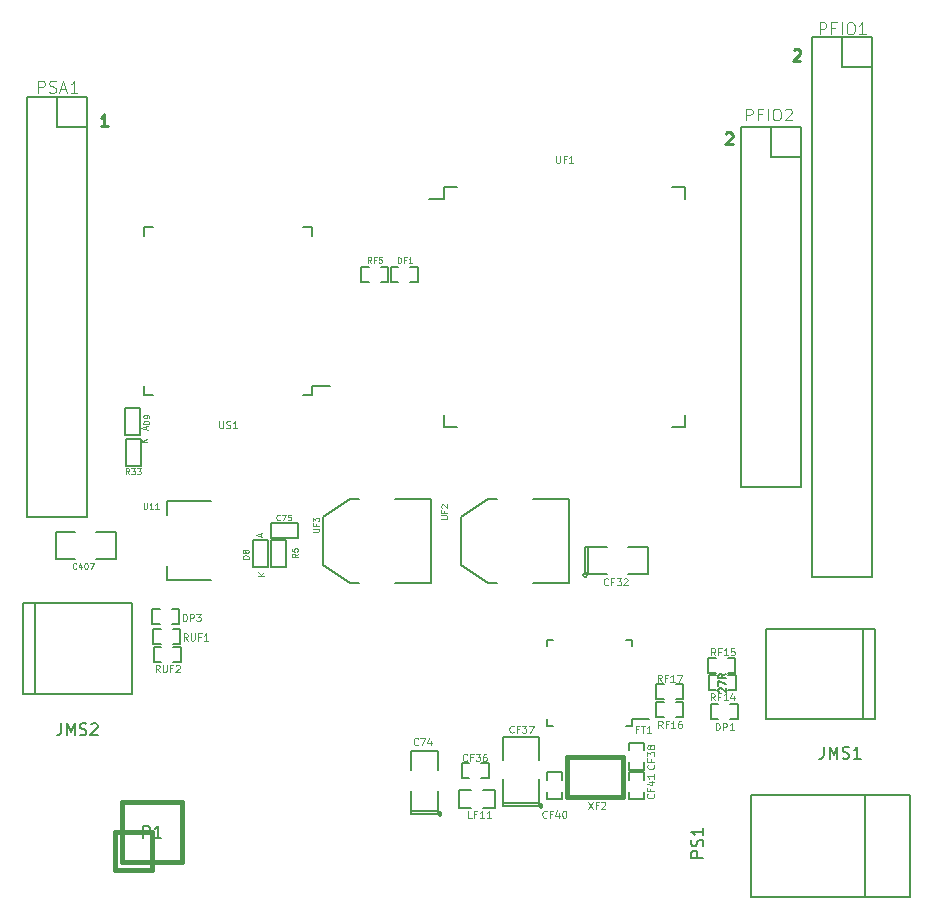
<source format=gto>
G04 #@! TF.FileFunction,Legend,Top*
%FSLAX46Y46*%
G04 Gerber Fmt 4.6, Leading zero omitted, Abs format (unit mm)*
G04 Created by KiCad (PCBNEW no-vcs-found-product) date mié 22 jul 2015 02:19:54 COT*
%MOMM*%
G01*
G04 APERTURE LIST*
%ADD10C,0.100000*%
%ADD11C,0.250000*%
%ADD12C,0.110000*%
%ADD13C,0.127000*%
%ADD14C,0.152400*%
%ADD15C,0.150000*%
%ADD16C,0.203200*%
%ADD17C,0.381000*%
%ADD18C,0.120000*%
G04 APERTURE END LIST*
D10*
D11*
X84674286Y-67577619D02*
X84721905Y-67530000D01*
X84817143Y-67482381D01*
X85055239Y-67482381D01*
X85150477Y-67530000D01*
X85198096Y-67577619D01*
X85245715Y-67672857D01*
X85245715Y-67768095D01*
X85198096Y-67910952D01*
X84626667Y-68482381D01*
X85245715Y-68482381D01*
X78934286Y-74617619D02*
X78981905Y-74570000D01*
X79077143Y-74522381D01*
X79315239Y-74522381D01*
X79410477Y-74570000D01*
X79458096Y-74617619D01*
X79505715Y-74712857D01*
X79505715Y-74808095D01*
X79458096Y-74950952D01*
X78886667Y-75522381D01*
X79505715Y-75522381D01*
X26615715Y-73982381D02*
X26044286Y-73982381D01*
X26330000Y-73982381D02*
X26330000Y-72982381D01*
X26234762Y-73125238D01*
X26139524Y-73220476D01*
X26044286Y-73268095D01*
D12*
X39545933Y-108701647D02*
X39545933Y-108463552D01*
X39688790Y-108749266D02*
X39188790Y-108582599D01*
X39688790Y-108415933D01*
X29815000Y-99665714D02*
X29815000Y-99394285D01*
X29977857Y-99719999D02*
X29407857Y-99529999D01*
X29977857Y-99339999D01*
X29922457Y-100762806D02*
X29352457Y-100762806D01*
X29922457Y-100437091D02*
X29596743Y-100681377D01*
X29352457Y-100437091D02*
X29678171Y-100762806D01*
X39868790Y-112043552D02*
X39368790Y-112043552D01*
X39868790Y-111757838D02*
X39583076Y-111972124D01*
X39368790Y-111757838D02*
X39654505Y-112043552D01*
D13*
X40432800Y-107589900D02*
X42718800Y-107589900D01*
X42718800Y-107589900D02*
X42718800Y-108859900D01*
X42718800Y-108859900D02*
X40432800Y-108859900D01*
X40432800Y-108859900D02*
X40432800Y-107589900D01*
X27301000Y-110663300D02*
X27301000Y-108377300D01*
X27301000Y-108377300D02*
X25650000Y-108377300D01*
X23872000Y-110663300D02*
X22221000Y-110663300D01*
X22221000Y-110663300D02*
X22221000Y-108377300D01*
X22221000Y-108377300D02*
X23872000Y-108377300D01*
X25650000Y-110663300D02*
X27301000Y-110663300D01*
X40172600Y-109024600D02*
X40172600Y-111310600D01*
X40172600Y-111310600D02*
X38902600Y-111310600D01*
X38902600Y-111310600D02*
X38902600Y-109024600D01*
X38902600Y-109024600D02*
X40172600Y-109024600D01*
X29357240Y-97814560D02*
X29357240Y-100100560D01*
X29357240Y-100100560D02*
X28087240Y-100100560D01*
X28087240Y-100100560D02*
X28087240Y-97814560D01*
X28087240Y-97814560D02*
X29357240Y-97814560D01*
X41677400Y-109012300D02*
X41677400Y-111298300D01*
X41677400Y-111298300D02*
X40407400Y-111298300D01*
X40407400Y-111298300D02*
X40407400Y-109012300D01*
X40407400Y-109012300D02*
X41677400Y-109012300D01*
X28117240Y-102750560D02*
X28117240Y-100464560D01*
X28117240Y-100464560D02*
X29387240Y-100464560D01*
X29387240Y-100464560D02*
X29387240Y-102750560D01*
X29387240Y-102750560D02*
X28117240Y-102750560D01*
D14*
X31635800Y-106895600D02*
X31635800Y-105727200D01*
X31635800Y-105727200D02*
X35344200Y-105727200D01*
X35344200Y-112432800D02*
X31635800Y-112432800D01*
X31635800Y-112432800D02*
X31635800Y-111264400D01*
D15*
X55105000Y-79125000D02*
X55105000Y-80175000D01*
X75455000Y-79125000D02*
X75455000Y-80175000D01*
X75455000Y-99475000D02*
X75455000Y-98425000D01*
X55105000Y-99475000D02*
X55105000Y-98425000D01*
X55105000Y-79125000D02*
X56155000Y-79125000D01*
X55105000Y-99475000D02*
X56155000Y-99475000D01*
X75455000Y-99475000D02*
X74405000Y-99475000D01*
X75455000Y-79125000D02*
X74405000Y-79125000D01*
X55105000Y-80175000D02*
X53805000Y-80175000D01*
X43915000Y-96765000D02*
X43915000Y-96005000D01*
X29665000Y-96765000D02*
X29665000Y-96005000D01*
X29665000Y-82515000D02*
X29665000Y-83275000D01*
X43915000Y-82515000D02*
X43915000Y-83275000D01*
X43915000Y-96765000D02*
X43155000Y-96765000D01*
X43915000Y-82515000D02*
X43155000Y-82515000D01*
X29665000Y-82515000D02*
X30425000Y-82515000D01*
X29665000Y-96765000D02*
X30425000Y-96765000D01*
X43915000Y-96005000D02*
X45440000Y-96005000D01*
D16*
X67185605Y-111990000D02*
G75*
G03X67185605Y-111990000I-179605J0D01*
G01*
D13*
X67260000Y-109577000D02*
X67006000Y-109577000D01*
X67006000Y-109577000D02*
X67006000Y-111863000D01*
X67006000Y-111863000D02*
X67260000Y-111863000D01*
X67260000Y-109577000D02*
X67260000Y-111863000D01*
X67260000Y-111863000D02*
X68911000Y-111863000D01*
X70689000Y-109577000D02*
X72340000Y-109577000D01*
X72340000Y-109577000D02*
X72340000Y-111863000D01*
X72340000Y-111863000D02*
X70689000Y-111863000D01*
X68911000Y-109577000D02*
X67260000Y-109577000D01*
D15*
X62574000Y-112636000D02*
X65622000Y-112636000D01*
X65622000Y-112636000D02*
X65622000Y-105524000D01*
X65622000Y-105524000D02*
X62574000Y-105524000D01*
X59526000Y-112636000D02*
X58764000Y-112636000D01*
X58764000Y-112636000D02*
X56478000Y-111112000D01*
X56478000Y-111112000D02*
X56478000Y-107048000D01*
X56478000Y-107048000D02*
X58764000Y-105524000D01*
X58764000Y-105524000D02*
X59526000Y-105524000D01*
X50894000Y-112666000D02*
X53942000Y-112666000D01*
X53942000Y-112666000D02*
X53942000Y-105554000D01*
X53942000Y-105554000D02*
X50894000Y-105554000D01*
X47846000Y-112666000D02*
X47084000Y-112666000D01*
X47084000Y-112666000D02*
X44798000Y-111142000D01*
X44798000Y-111142000D02*
X44798000Y-107078000D01*
X44798000Y-107078000D02*
X47084000Y-105554000D01*
X47084000Y-105554000D02*
X47846000Y-105554000D01*
X86260000Y-66440000D02*
X86260000Y-112160000D01*
X91340000Y-112160000D02*
X91340000Y-68980000D01*
X86260000Y-112160000D02*
X91340000Y-112160000D01*
X86260000Y-66440000D02*
X88800000Y-66440000D01*
X91340000Y-66440000D02*
X91340000Y-68980000D01*
X88800000Y-66440000D02*
X88800000Y-68980000D01*
X88800000Y-68980000D02*
X91340000Y-68980000D01*
X91340000Y-66440000D02*
X88800000Y-66440000D01*
X80260000Y-104540000D02*
X80260000Y-74060000D01*
X85340000Y-76600000D02*
X85340000Y-104540000D01*
X80260000Y-104540000D02*
X85340000Y-104540000D01*
X80260000Y-74060000D02*
X82800000Y-74060000D01*
X85340000Y-74060000D02*
X85340000Y-76600000D01*
X82800000Y-74060000D02*
X82800000Y-76600000D01*
X82800000Y-76600000D02*
X85340000Y-76600000D01*
X85340000Y-74060000D02*
X82800000Y-74060000D01*
X19760000Y-107080000D02*
X19760000Y-71520000D01*
X24840000Y-74060000D02*
X24840000Y-107080000D01*
X19760000Y-107080000D02*
X24840000Y-107080000D01*
X19760000Y-71520000D02*
X22300000Y-71520000D01*
X24840000Y-71520000D02*
X24840000Y-74060000D01*
X22300000Y-71520000D02*
X22300000Y-74060000D01*
X22300000Y-74060000D02*
X24840000Y-74060000D01*
X24840000Y-71520000D02*
X22300000Y-71520000D01*
D14*
X50547000Y-85925000D02*
X51182000Y-85925000D01*
X52833000Y-85925000D02*
X52198000Y-85925000D01*
X52833000Y-87195000D02*
X52833000Y-85925000D01*
X50547000Y-87195000D02*
X50547000Y-85925000D01*
X52833000Y-87195000D02*
X52198000Y-87195000D01*
X50547000Y-87195000D02*
X51182000Y-87195000D01*
X50373000Y-87195000D02*
X49738000Y-87195000D01*
X48087000Y-87195000D02*
X48722000Y-87195000D01*
X48087000Y-85925000D02*
X48087000Y-87195000D01*
X50373000Y-85925000D02*
X50373000Y-87195000D01*
X48087000Y-85925000D02*
X48722000Y-85925000D01*
X50373000Y-85925000D02*
X49738000Y-85925000D01*
X58853000Y-129215000D02*
X58218000Y-129215000D01*
X56567000Y-129215000D02*
X57202000Y-129215000D01*
X56567000Y-127945000D02*
X56567000Y-129215000D01*
X58853000Y-127945000D02*
X58853000Y-129215000D01*
X56567000Y-127945000D02*
X57202000Y-127945000D01*
X58853000Y-127945000D02*
X58218000Y-127945000D01*
D13*
X60056000Y-131294000D02*
X60056000Y-131548000D01*
X60056000Y-131548000D02*
X63104000Y-131548000D01*
X63104000Y-131548000D02*
X63104000Y-131294000D01*
D16*
X63410605Y-131548000D02*
G75*
G03X63410605Y-131548000I-179605J0D01*
G01*
D13*
X63104000Y-127611000D02*
X63104000Y-125706000D01*
X63104000Y-125706000D02*
X60056000Y-125706000D01*
X60056000Y-125706000D02*
X60056000Y-127611000D01*
X60056000Y-129262000D02*
X60056000Y-131294000D01*
X60056000Y-131294000D02*
X63104000Y-131294000D01*
X63104000Y-131294000D02*
X63104000Y-129262000D01*
D14*
X70705000Y-128473000D02*
X70705000Y-127838000D01*
X70705000Y-126187000D02*
X70705000Y-126822000D01*
X71975000Y-126187000D02*
X70705000Y-126187000D01*
X71975000Y-128473000D02*
X70705000Y-128473000D01*
X71975000Y-126187000D02*
X71975000Y-126822000D01*
X71975000Y-128473000D02*
X71975000Y-127838000D01*
X65035000Y-128677000D02*
X65035000Y-129312000D01*
X65035000Y-130963000D02*
X65035000Y-130328000D01*
X63765000Y-130963000D02*
X65035000Y-130963000D01*
X63765000Y-128677000D02*
X65035000Y-128677000D01*
X63765000Y-130963000D02*
X63765000Y-130328000D01*
X63765000Y-128677000D02*
X63765000Y-129312000D01*
X71985000Y-128687000D02*
X71985000Y-129322000D01*
X71985000Y-130973000D02*
X71985000Y-130338000D01*
X70715000Y-130973000D02*
X71985000Y-130973000D01*
X70715000Y-128687000D02*
X71985000Y-128687000D01*
X70715000Y-130973000D02*
X70715000Y-130338000D01*
X70715000Y-128687000D02*
X70715000Y-129322000D01*
D15*
X71025000Y-124735000D02*
X71025000Y-124210000D01*
X63775000Y-124735000D02*
X63775000Y-124210000D01*
X63775000Y-117485000D02*
X63775000Y-118010000D01*
X71025000Y-117485000D02*
X71025000Y-118010000D01*
X71025000Y-124735000D02*
X70500000Y-124735000D01*
X71025000Y-117485000D02*
X70500000Y-117485000D01*
X63775000Y-117485000D02*
X64300000Y-117485000D01*
X63775000Y-124735000D02*
X64300000Y-124735000D01*
X71025000Y-124210000D02*
X72400000Y-124210000D01*
D13*
X57402000Y-131682000D02*
X56386000Y-131682000D01*
X56386000Y-131682000D02*
X56386000Y-130158000D01*
X56386000Y-130158000D02*
X57402000Y-130158000D01*
X58418000Y-130158000D02*
X59434000Y-130158000D01*
X59434000Y-130158000D02*
X59434000Y-131682000D01*
X59434000Y-131682000D02*
X58418000Y-131682000D01*
D14*
X77497000Y-120495000D02*
X78132000Y-120495000D01*
X79783000Y-120495000D02*
X79148000Y-120495000D01*
X79783000Y-121765000D02*
X79783000Y-120495000D01*
X77497000Y-121765000D02*
X77497000Y-120495000D01*
X79783000Y-121765000D02*
X79148000Y-121765000D01*
X77497000Y-121765000D02*
X78132000Y-121765000D01*
X77457000Y-118985000D02*
X78092000Y-118985000D01*
X79743000Y-118985000D02*
X79108000Y-118985000D01*
X79743000Y-120255000D02*
X79743000Y-118985000D01*
X77457000Y-120255000D02*
X77457000Y-118985000D01*
X79743000Y-120255000D02*
X79108000Y-120255000D01*
X77457000Y-120255000D02*
X78092000Y-120255000D01*
X75343000Y-124015000D02*
X74708000Y-124015000D01*
X73057000Y-124015000D02*
X73692000Y-124015000D01*
X73057000Y-122745000D02*
X73057000Y-124015000D01*
X75343000Y-122745000D02*
X75343000Y-124015000D01*
X73057000Y-122745000D02*
X73692000Y-122745000D01*
X75343000Y-122745000D02*
X74708000Y-122745000D01*
X73037000Y-121235000D02*
X73672000Y-121235000D01*
X75323000Y-121235000D02*
X74688000Y-121235000D01*
X75323000Y-122505000D02*
X75323000Y-121235000D01*
X73037000Y-122505000D02*
X73037000Y-121235000D01*
X75323000Y-122505000D02*
X74688000Y-122505000D01*
X73037000Y-122505000D02*
X73672000Y-122505000D01*
D16*
X54869605Y-132214000D02*
G75*
G03X54869605Y-132214000I-179605J0D01*
G01*
D13*
X52277000Y-131960000D02*
X52277000Y-132214000D01*
X52277000Y-132214000D02*
X54563000Y-132214000D01*
X54563000Y-132214000D02*
X54563000Y-131960000D01*
X52277000Y-131960000D02*
X54563000Y-131960000D01*
X54563000Y-131960000D02*
X54563000Y-130309000D01*
X52277000Y-128531000D02*
X52277000Y-126880000D01*
X52277000Y-126880000D02*
X54563000Y-126880000D01*
X54563000Y-126880000D02*
X54563000Y-128531000D01*
X52277000Y-130309000D02*
X52277000Y-131960000D01*
D15*
X90549180Y-124220640D02*
X90549180Y-116519360D01*
X91549940Y-124220640D02*
X91549940Y-116519360D01*
X91549940Y-116519360D02*
X82350060Y-116519360D01*
X82350060Y-116519360D02*
X82350060Y-124220640D01*
X82350060Y-124220640D02*
X91549940Y-124220640D01*
D14*
X77677000Y-122945000D02*
X78312000Y-122945000D01*
X79963000Y-122945000D02*
X79328000Y-122945000D01*
X79963000Y-124215000D02*
X79963000Y-122945000D01*
X77677000Y-124215000D02*
X77677000Y-122945000D01*
X79963000Y-124215000D02*
X79328000Y-124215000D01*
X77677000Y-124215000D02*
X78312000Y-124215000D01*
D15*
X93792000Y-139268000D02*
X94554000Y-139268000D01*
X94554000Y-139268000D02*
X94554000Y-130632000D01*
X94554000Y-130632000D02*
X93792000Y-130632000D01*
X90744000Y-139268000D02*
X90744000Y-130632000D01*
X81092000Y-139268000D02*
X81092000Y-130632000D01*
X93792000Y-130632000D02*
X81092000Y-130632000D01*
X93792000Y-139268000D02*
X81092000Y-139268000D01*
D14*
X32663000Y-116165000D02*
X32028000Y-116165000D01*
X30377000Y-116165000D02*
X31012000Y-116165000D01*
X30377000Y-114895000D02*
X30377000Y-116165000D01*
X32663000Y-114895000D02*
X32663000Y-116165000D01*
X30377000Y-114895000D02*
X31012000Y-114895000D01*
X32663000Y-114895000D02*
X32028000Y-114895000D01*
D15*
X20440820Y-114339360D02*
X20440820Y-122040640D01*
X19440060Y-114339360D02*
X19440060Y-122040640D01*
X19440060Y-122040640D02*
X28639940Y-122040640D01*
X28639940Y-122040640D02*
X28639940Y-114339360D01*
X28639940Y-114339360D02*
X19440060Y-114339360D01*
D14*
X32763000Y-117845000D02*
X32128000Y-117845000D01*
X30477000Y-117845000D02*
X31112000Y-117845000D01*
X30477000Y-116575000D02*
X30477000Y-117845000D01*
X32763000Y-116575000D02*
X32763000Y-117845000D01*
X30477000Y-116575000D02*
X31112000Y-116575000D01*
X32763000Y-116575000D02*
X32128000Y-116575000D01*
X32803000Y-119365000D02*
X32168000Y-119365000D01*
X30517000Y-119365000D02*
X31152000Y-119365000D01*
X30517000Y-118095000D02*
X30517000Y-119365000D01*
X32803000Y-118095000D02*
X32803000Y-119365000D01*
X30517000Y-118095000D02*
X31152000Y-118095000D01*
X32803000Y-118095000D02*
X32168000Y-118095000D01*
D17*
X70220000Y-130660000D02*
X70220000Y-127460000D01*
X70220000Y-127460000D02*
X70220000Y-127360000D01*
X70220000Y-127360000D02*
X65520000Y-127360000D01*
X65520000Y-127360000D02*
X65520000Y-130760000D01*
X65520000Y-130760000D02*
X70220000Y-130760000D01*
X30358080Y-133761480D02*
X27183080Y-133761480D01*
X27183080Y-133761480D02*
X27183080Y-136936480D01*
X27183080Y-136936480D02*
X30358080Y-136936480D01*
X30358080Y-136936480D02*
X30358080Y-133761480D01*
X27818080Y-131221480D02*
X32898080Y-131221480D01*
X32898080Y-131221480D02*
X32898080Y-136301480D01*
X32898080Y-136301480D02*
X27818080Y-136301480D01*
X27818080Y-136301480D02*
X27818080Y-131221480D01*
D18*
X41190872Y-107323971D02*
X41167062Y-107347781D01*
X41095634Y-107371590D01*
X41048015Y-107371590D01*
X40976586Y-107347781D01*
X40928967Y-107300162D01*
X40905158Y-107252543D01*
X40881348Y-107157305D01*
X40881348Y-107085876D01*
X40905158Y-106990638D01*
X40928967Y-106943019D01*
X40976586Y-106895400D01*
X41048015Y-106871590D01*
X41095634Y-106871590D01*
X41167062Y-106895400D01*
X41190872Y-106919210D01*
X41357539Y-106871590D02*
X41690872Y-106871590D01*
X41476586Y-107371590D01*
X42119443Y-106871590D02*
X41881348Y-106871590D01*
X41857538Y-107109686D01*
X41881348Y-107085876D01*
X41928967Y-107062067D01*
X42048014Y-107062067D01*
X42095633Y-107085876D01*
X42119443Y-107109686D01*
X42143252Y-107157305D01*
X42143252Y-107276352D01*
X42119443Y-107323971D01*
X42095633Y-107347781D01*
X42048014Y-107371590D01*
X41928967Y-107371590D01*
X41881348Y-107347781D01*
X41857538Y-107323971D01*
X23951477Y-111428871D02*
X23927667Y-111452681D01*
X23856239Y-111476490D01*
X23808620Y-111476490D01*
X23737191Y-111452681D01*
X23689572Y-111405062D01*
X23665763Y-111357443D01*
X23641953Y-111262205D01*
X23641953Y-111190776D01*
X23665763Y-111095538D01*
X23689572Y-111047919D01*
X23737191Y-111000300D01*
X23808620Y-110976490D01*
X23856239Y-110976490D01*
X23927667Y-111000300D01*
X23951477Y-111024110D01*
X24380048Y-111143157D02*
X24380048Y-111476490D01*
X24261001Y-110952681D02*
X24141953Y-111309824D01*
X24451477Y-111309824D01*
X24737191Y-110976490D02*
X24784810Y-110976490D01*
X24832429Y-111000300D01*
X24856238Y-111024110D01*
X24880048Y-111071729D01*
X24903857Y-111166967D01*
X24903857Y-111286014D01*
X24880048Y-111381252D01*
X24856238Y-111428871D01*
X24832429Y-111452681D01*
X24784810Y-111476490D01*
X24737191Y-111476490D01*
X24689572Y-111452681D01*
X24665762Y-111428871D01*
X24641953Y-111381252D01*
X24618143Y-111286014D01*
X24618143Y-111166967D01*
X24641953Y-111071729D01*
X24665762Y-111024110D01*
X24689572Y-111000300D01*
X24737191Y-110976490D01*
X25070524Y-110976490D02*
X25403857Y-110976490D01*
X25189571Y-111476490D01*
X38538790Y-110601647D02*
X38038790Y-110601647D01*
X38038790Y-110482600D01*
X38062600Y-110411171D01*
X38110219Y-110363552D01*
X38157838Y-110339743D01*
X38253076Y-110315933D01*
X38324505Y-110315933D01*
X38419743Y-110339743D01*
X38467362Y-110363552D01*
X38514981Y-110411171D01*
X38538790Y-110482600D01*
X38538790Y-110601647D01*
X38253076Y-110030219D02*
X38229267Y-110077838D01*
X38205457Y-110101647D01*
X38157838Y-110125457D01*
X38134029Y-110125457D01*
X38086410Y-110101647D01*
X38062600Y-110077838D01*
X38038790Y-110030219D01*
X38038790Y-109934981D01*
X38062600Y-109887362D01*
X38086410Y-109863552D01*
X38134029Y-109839743D01*
X38157838Y-109839743D01*
X38205457Y-109863552D01*
X38229267Y-109887362D01*
X38253076Y-109934981D01*
X38253076Y-110030219D01*
X38276886Y-110077838D01*
X38300695Y-110101647D01*
X38348314Y-110125457D01*
X38443552Y-110125457D01*
X38491171Y-110101647D01*
X38514981Y-110077838D01*
X38538790Y-110030219D01*
X38538790Y-109934981D01*
X38514981Y-109887362D01*
X38491171Y-109863552D01*
X38443552Y-109839743D01*
X38348314Y-109839743D01*
X38300695Y-109863552D01*
X38276886Y-109887362D01*
X38253076Y-109934981D01*
D10*
X30118430Y-99206607D02*
X29618430Y-99206607D01*
X29618430Y-99087560D01*
X29642240Y-99016131D01*
X29689859Y-98968512D01*
X29737478Y-98944703D01*
X29832716Y-98920893D01*
X29904145Y-98920893D01*
X29999383Y-98944703D01*
X30047002Y-98968512D01*
X30094621Y-99016131D01*
X30118430Y-99087560D01*
X30118430Y-99206607D01*
X30118430Y-98682798D02*
X30118430Y-98587560D01*
X30094621Y-98539941D01*
X30070811Y-98516131D01*
X29999383Y-98468512D01*
X29904145Y-98444703D01*
X29713669Y-98444703D01*
X29666050Y-98468512D01*
X29642240Y-98492322D01*
X29618430Y-98539941D01*
X29618430Y-98635179D01*
X29642240Y-98682798D01*
X29666050Y-98706607D01*
X29713669Y-98730417D01*
X29832716Y-98730417D01*
X29880335Y-98706607D01*
X29904145Y-98682798D01*
X29927954Y-98635179D01*
X29927954Y-98539941D01*
X29904145Y-98492322D01*
X29880335Y-98468512D01*
X29832716Y-98444703D01*
D18*
X42688590Y-110203633D02*
X42450495Y-110370300D01*
X42688590Y-110489347D02*
X42188590Y-110489347D01*
X42188590Y-110298871D01*
X42212400Y-110251252D01*
X42236210Y-110227443D01*
X42283829Y-110203633D01*
X42355257Y-110203633D01*
X42402876Y-110227443D01*
X42426686Y-110251252D01*
X42450495Y-110298871D01*
X42450495Y-110489347D01*
X42188590Y-109751252D02*
X42188590Y-109989347D01*
X42426686Y-110013157D01*
X42402876Y-109989347D01*
X42379067Y-109941728D01*
X42379067Y-109822681D01*
X42402876Y-109775062D01*
X42426686Y-109751252D01*
X42474305Y-109727443D01*
X42593352Y-109727443D01*
X42640971Y-109751252D01*
X42664781Y-109775062D01*
X42688590Y-109822681D01*
X42688590Y-109941728D01*
X42664781Y-109989347D01*
X42640971Y-110013157D01*
X28430812Y-103453750D02*
X28264145Y-103215655D01*
X28145098Y-103453750D02*
X28145098Y-102953750D01*
X28335574Y-102953750D01*
X28383193Y-102977560D01*
X28407002Y-103001370D01*
X28430812Y-103048989D01*
X28430812Y-103120417D01*
X28407002Y-103168036D01*
X28383193Y-103191846D01*
X28335574Y-103215655D01*
X28145098Y-103215655D01*
X28597479Y-102953750D02*
X28907002Y-102953750D01*
X28740336Y-103144227D01*
X28811764Y-103144227D01*
X28859383Y-103168036D01*
X28883193Y-103191846D01*
X28907002Y-103239465D01*
X28907002Y-103358512D01*
X28883193Y-103406131D01*
X28859383Y-103429941D01*
X28811764Y-103453750D01*
X28668907Y-103453750D01*
X28621288Y-103429941D01*
X28597479Y-103406131D01*
X29073669Y-102953750D02*
X29383192Y-102953750D01*
X29216526Y-103144227D01*
X29287954Y-103144227D01*
X29335573Y-103168036D01*
X29359383Y-103191846D01*
X29383192Y-103239465D01*
X29383192Y-103358512D01*
X29359383Y-103406131D01*
X29335573Y-103429941D01*
X29287954Y-103453750D01*
X29145097Y-103453750D01*
X29097478Y-103429941D01*
X29073669Y-103406131D01*
X29641053Y-105893690D02*
X29641053Y-106298452D01*
X29664862Y-106346071D01*
X29688672Y-106369881D01*
X29736291Y-106393690D01*
X29831529Y-106393690D01*
X29879148Y-106369881D01*
X29902957Y-106346071D01*
X29926767Y-106298452D01*
X29926767Y-105893690D01*
X30426767Y-106393690D02*
X30141053Y-106393690D01*
X30283910Y-106393690D02*
X30283910Y-105893690D01*
X30236291Y-105965119D01*
X30188672Y-106012738D01*
X30141053Y-106036548D01*
X30902957Y-106393690D02*
X30617243Y-106393690D01*
X30760100Y-106393690D02*
X30760100Y-105893690D01*
X30712481Y-105965119D01*
X30664862Y-106012738D01*
X30617243Y-106036548D01*
X64565714Y-76496429D02*
X64565714Y-76982143D01*
X64594286Y-77039286D01*
X64622857Y-77067857D01*
X64680000Y-77096429D01*
X64794286Y-77096429D01*
X64851428Y-77067857D01*
X64880000Y-77039286D01*
X64908571Y-76982143D01*
X64908571Y-76496429D01*
X65394285Y-76782143D02*
X65194285Y-76782143D01*
X65194285Y-77096429D02*
X65194285Y-76496429D01*
X65479999Y-76496429D01*
X66022857Y-77096429D02*
X65680000Y-77096429D01*
X65851428Y-77096429D02*
X65851428Y-76496429D01*
X65794285Y-76582143D01*
X65737143Y-76639286D01*
X65680000Y-76667857D01*
X36047143Y-98961429D02*
X36047143Y-99447143D01*
X36075715Y-99504286D01*
X36104286Y-99532857D01*
X36161429Y-99561429D01*
X36275715Y-99561429D01*
X36332857Y-99532857D01*
X36361429Y-99504286D01*
X36390000Y-99447143D01*
X36390000Y-98961429D01*
X36647143Y-99532857D02*
X36732857Y-99561429D01*
X36875714Y-99561429D01*
X36932857Y-99532857D01*
X36961428Y-99504286D01*
X36990000Y-99447143D01*
X36990000Y-99390000D01*
X36961428Y-99332857D01*
X36932857Y-99304286D01*
X36875714Y-99275714D01*
X36761428Y-99247143D01*
X36704286Y-99218571D01*
X36675714Y-99190000D01*
X36647143Y-99132857D01*
X36647143Y-99075714D01*
X36675714Y-99018571D01*
X36704286Y-98990000D01*
X36761428Y-98961429D01*
X36904286Y-98961429D01*
X36990000Y-98990000D01*
X37561429Y-99561429D02*
X37218572Y-99561429D01*
X37390000Y-99561429D02*
X37390000Y-98961429D01*
X37332857Y-99047143D01*
X37275715Y-99104286D01*
X37218572Y-99132857D01*
X68966642Y-112813886D02*
X68938071Y-112842457D01*
X68852357Y-112871029D01*
X68795214Y-112871029D01*
X68709499Y-112842457D01*
X68652357Y-112785314D01*
X68623785Y-112728171D01*
X68595214Y-112613886D01*
X68595214Y-112528171D01*
X68623785Y-112413886D01*
X68652357Y-112356743D01*
X68709499Y-112299600D01*
X68795214Y-112271029D01*
X68852357Y-112271029D01*
X68938071Y-112299600D01*
X68966642Y-112328171D01*
X69423785Y-112556743D02*
X69223785Y-112556743D01*
X69223785Y-112871029D02*
X69223785Y-112271029D01*
X69509499Y-112271029D01*
X69680928Y-112271029D02*
X70052357Y-112271029D01*
X69852357Y-112499600D01*
X69938071Y-112499600D01*
X69995214Y-112528171D01*
X70023785Y-112556743D01*
X70052357Y-112613886D01*
X70052357Y-112756743D01*
X70023785Y-112813886D01*
X69995214Y-112842457D01*
X69938071Y-112871029D01*
X69766643Y-112871029D01*
X69709500Y-112842457D01*
X69680928Y-112813886D01*
X70280929Y-112328171D02*
X70309500Y-112299600D01*
X70366643Y-112271029D01*
X70509500Y-112271029D01*
X70566643Y-112299600D01*
X70595214Y-112328171D01*
X70623786Y-112385314D01*
X70623786Y-112442457D01*
X70595214Y-112528171D01*
X70252357Y-112871029D01*
X70623786Y-112871029D01*
X54840190Y-107232637D02*
X55244952Y-107232637D01*
X55292571Y-107208828D01*
X55316381Y-107185018D01*
X55340190Y-107137399D01*
X55340190Y-107042161D01*
X55316381Y-106994542D01*
X55292571Y-106970733D01*
X55244952Y-106946923D01*
X54840190Y-106946923D01*
X55078286Y-106542161D02*
X55078286Y-106708827D01*
X55340190Y-106708827D02*
X54840190Y-106708827D01*
X54840190Y-106470732D01*
X54887810Y-106304066D02*
X54864000Y-106280256D01*
X54840190Y-106232637D01*
X54840190Y-106113590D01*
X54864000Y-106065971D01*
X54887810Y-106042161D01*
X54935429Y-106018352D01*
X54983048Y-106018352D01*
X55054476Y-106042161D01*
X55340190Y-106327875D01*
X55340190Y-106018352D01*
X43981690Y-108337537D02*
X44386452Y-108337537D01*
X44434071Y-108313728D01*
X44457881Y-108289918D01*
X44481690Y-108242299D01*
X44481690Y-108147061D01*
X44457881Y-108099442D01*
X44434071Y-108075633D01*
X44386452Y-108051823D01*
X43981690Y-108051823D01*
X44219786Y-107647061D02*
X44219786Y-107813727D01*
X44481690Y-107813727D02*
X43981690Y-107813727D01*
X43981690Y-107575632D01*
X43981690Y-107432775D02*
X43981690Y-107123252D01*
X44172167Y-107289918D01*
X44172167Y-107218490D01*
X44195976Y-107170871D01*
X44219786Y-107147061D01*
X44267405Y-107123252D01*
X44386452Y-107123252D01*
X44434071Y-107147061D01*
X44457881Y-107170871D01*
X44481690Y-107218490D01*
X44481690Y-107361347D01*
X44457881Y-107408966D01*
X44434071Y-107432775D01*
X86881429Y-66202381D02*
X86881429Y-65202381D01*
X87262382Y-65202381D01*
X87357620Y-65250000D01*
X87405239Y-65297619D01*
X87452858Y-65392857D01*
X87452858Y-65535714D01*
X87405239Y-65630952D01*
X87357620Y-65678571D01*
X87262382Y-65726190D01*
X86881429Y-65726190D01*
X88214763Y-65678571D02*
X87881429Y-65678571D01*
X87881429Y-66202381D02*
X87881429Y-65202381D01*
X88357620Y-65202381D01*
X88738572Y-66202381D02*
X88738572Y-65202381D01*
X89405238Y-65202381D02*
X89595715Y-65202381D01*
X89690953Y-65250000D01*
X89786191Y-65345238D01*
X89833810Y-65535714D01*
X89833810Y-65869048D01*
X89786191Y-66059524D01*
X89690953Y-66154762D01*
X89595715Y-66202381D01*
X89405238Y-66202381D01*
X89310000Y-66154762D01*
X89214762Y-66059524D01*
X89167143Y-65869048D01*
X89167143Y-65535714D01*
X89214762Y-65345238D01*
X89310000Y-65250000D01*
X89405238Y-65202381D01*
X90786191Y-66202381D02*
X90214762Y-66202381D01*
X90500476Y-66202381D02*
X90500476Y-65202381D01*
X90405238Y-65345238D01*
X90310000Y-65440476D01*
X90214762Y-65488095D01*
X80631429Y-73502381D02*
X80631429Y-72502381D01*
X81012382Y-72502381D01*
X81107620Y-72550000D01*
X81155239Y-72597619D01*
X81202858Y-72692857D01*
X81202858Y-72835714D01*
X81155239Y-72930952D01*
X81107620Y-72978571D01*
X81012382Y-73026190D01*
X80631429Y-73026190D01*
X81964763Y-72978571D02*
X81631429Y-72978571D01*
X81631429Y-73502381D02*
X81631429Y-72502381D01*
X82107620Y-72502381D01*
X82488572Y-73502381D02*
X82488572Y-72502381D01*
X83155238Y-72502381D02*
X83345715Y-72502381D01*
X83440953Y-72550000D01*
X83536191Y-72645238D01*
X83583810Y-72835714D01*
X83583810Y-73169048D01*
X83536191Y-73359524D01*
X83440953Y-73454762D01*
X83345715Y-73502381D01*
X83155238Y-73502381D01*
X83060000Y-73454762D01*
X82964762Y-73359524D01*
X82917143Y-73169048D01*
X82917143Y-72835714D01*
X82964762Y-72645238D01*
X83060000Y-72550000D01*
X83155238Y-72502381D01*
X83964762Y-72597619D02*
X84012381Y-72550000D01*
X84107619Y-72502381D01*
X84345715Y-72502381D01*
X84440953Y-72550000D01*
X84488572Y-72597619D01*
X84536191Y-72692857D01*
X84536191Y-72788095D01*
X84488572Y-72930952D01*
X83917143Y-73502381D01*
X84536191Y-73502381D01*
X20707143Y-71152381D02*
X20707143Y-70152381D01*
X21088096Y-70152381D01*
X21183334Y-70200000D01*
X21230953Y-70247619D01*
X21278572Y-70342857D01*
X21278572Y-70485714D01*
X21230953Y-70580952D01*
X21183334Y-70628571D01*
X21088096Y-70676190D01*
X20707143Y-70676190D01*
X21659524Y-71104762D02*
X21802381Y-71152381D01*
X22040477Y-71152381D01*
X22135715Y-71104762D01*
X22183334Y-71057143D01*
X22230953Y-70961905D01*
X22230953Y-70866667D01*
X22183334Y-70771429D01*
X22135715Y-70723810D01*
X22040477Y-70676190D01*
X21850000Y-70628571D01*
X21754762Y-70580952D01*
X21707143Y-70533333D01*
X21659524Y-70438095D01*
X21659524Y-70342857D01*
X21707143Y-70247619D01*
X21754762Y-70200000D01*
X21850000Y-70152381D01*
X22088096Y-70152381D01*
X22230953Y-70200000D01*
X22611905Y-70866667D02*
X23088096Y-70866667D01*
X22516667Y-71152381D02*
X22850000Y-70152381D01*
X23183334Y-71152381D01*
X24040477Y-71152381D02*
X23469048Y-71152381D01*
X23754762Y-71152381D02*
X23754762Y-70152381D01*
X23659524Y-70295238D01*
X23564286Y-70390476D01*
X23469048Y-70438095D01*
X51176668Y-85596190D02*
X51176668Y-85096190D01*
X51295715Y-85096190D01*
X51367144Y-85120000D01*
X51414763Y-85167619D01*
X51438572Y-85215238D01*
X51462382Y-85310476D01*
X51462382Y-85381905D01*
X51438572Y-85477143D01*
X51414763Y-85524762D01*
X51367144Y-85572381D01*
X51295715Y-85596190D01*
X51176668Y-85596190D01*
X51843334Y-85334286D02*
X51676668Y-85334286D01*
X51676668Y-85596190D02*
X51676668Y-85096190D01*
X51914763Y-85096190D01*
X52367143Y-85596190D02*
X52081429Y-85596190D01*
X52224286Y-85596190D02*
X52224286Y-85096190D01*
X52176667Y-85167619D01*
X52129048Y-85215238D01*
X52081429Y-85239048D01*
X48922382Y-85576190D02*
X48755715Y-85338095D01*
X48636668Y-85576190D02*
X48636668Y-85076190D01*
X48827144Y-85076190D01*
X48874763Y-85100000D01*
X48898572Y-85123810D01*
X48922382Y-85171429D01*
X48922382Y-85242857D01*
X48898572Y-85290476D01*
X48874763Y-85314286D01*
X48827144Y-85338095D01*
X48636668Y-85338095D01*
X49303334Y-85314286D02*
X49136668Y-85314286D01*
X49136668Y-85576190D02*
X49136668Y-85076190D01*
X49374763Y-85076190D01*
X49803334Y-85076190D02*
X49565239Y-85076190D01*
X49541429Y-85314286D01*
X49565239Y-85290476D01*
X49612858Y-85266667D01*
X49731905Y-85266667D01*
X49779524Y-85290476D01*
X49803334Y-85314286D01*
X49827143Y-85361905D01*
X49827143Y-85480952D01*
X49803334Y-85528571D01*
X49779524Y-85552381D01*
X49731905Y-85576190D01*
X49612858Y-85576190D01*
X49565239Y-85552381D01*
X49541429Y-85528571D01*
X57037142Y-127684286D02*
X57008571Y-127712857D01*
X56922857Y-127741429D01*
X56865714Y-127741429D01*
X56779999Y-127712857D01*
X56722857Y-127655714D01*
X56694285Y-127598571D01*
X56665714Y-127484286D01*
X56665714Y-127398571D01*
X56694285Y-127284286D01*
X56722857Y-127227143D01*
X56779999Y-127170000D01*
X56865714Y-127141429D01*
X56922857Y-127141429D01*
X57008571Y-127170000D01*
X57037142Y-127198571D01*
X57494285Y-127427143D02*
X57294285Y-127427143D01*
X57294285Y-127741429D02*
X57294285Y-127141429D01*
X57579999Y-127141429D01*
X57751428Y-127141429D02*
X58122857Y-127141429D01*
X57922857Y-127370000D01*
X58008571Y-127370000D01*
X58065714Y-127398571D01*
X58094285Y-127427143D01*
X58122857Y-127484286D01*
X58122857Y-127627143D01*
X58094285Y-127684286D01*
X58065714Y-127712857D01*
X58008571Y-127741429D01*
X57837143Y-127741429D01*
X57780000Y-127712857D01*
X57751428Y-127684286D01*
X58637143Y-127141429D02*
X58522857Y-127141429D01*
X58465714Y-127170000D01*
X58437143Y-127198571D01*
X58380000Y-127284286D01*
X58351429Y-127398571D01*
X58351429Y-127627143D01*
X58380000Y-127684286D01*
X58408572Y-127712857D01*
X58465714Y-127741429D01*
X58580000Y-127741429D01*
X58637143Y-127712857D01*
X58665714Y-127684286D01*
X58694286Y-127627143D01*
X58694286Y-127484286D01*
X58665714Y-127427143D01*
X58637143Y-127398571D01*
X58580000Y-127370000D01*
X58465714Y-127370000D01*
X58408572Y-127398571D01*
X58380000Y-127427143D01*
X58351429Y-127484286D01*
X60967142Y-125274286D02*
X60938571Y-125302857D01*
X60852857Y-125331429D01*
X60795714Y-125331429D01*
X60709999Y-125302857D01*
X60652857Y-125245714D01*
X60624285Y-125188571D01*
X60595714Y-125074286D01*
X60595714Y-124988571D01*
X60624285Y-124874286D01*
X60652857Y-124817143D01*
X60709999Y-124760000D01*
X60795714Y-124731429D01*
X60852857Y-124731429D01*
X60938571Y-124760000D01*
X60967142Y-124788571D01*
X61424285Y-125017143D02*
X61224285Y-125017143D01*
X61224285Y-125331429D02*
X61224285Y-124731429D01*
X61509999Y-124731429D01*
X61681428Y-124731429D02*
X62052857Y-124731429D01*
X61852857Y-124960000D01*
X61938571Y-124960000D01*
X61995714Y-124988571D01*
X62024285Y-125017143D01*
X62052857Y-125074286D01*
X62052857Y-125217143D01*
X62024285Y-125274286D01*
X61995714Y-125302857D01*
X61938571Y-125331429D01*
X61767143Y-125331429D01*
X61710000Y-125302857D01*
X61681428Y-125274286D01*
X62252857Y-124731429D02*
X62652857Y-124731429D01*
X62395714Y-125331429D01*
X72834286Y-128052858D02*
X72862857Y-128081429D01*
X72891429Y-128167143D01*
X72891429Y-128224286D01*
X72862857Y-128310001D01*
X72805714Y-128367143D01*
X72748571Y-128395715D01*
X72634286Y-128424286D01*
X72548571Y-128424286D01*
X72434286Y-128395715D01*
X72377143Y-128367143D01*
X72320000Y-128310001D01*
X72291429Y-128224286D01*
X72291429Y-128167143D01*
X72320000Y-128081429D01*
X72348571Y-128052858D01*
X72577143Y-127595715D02*
X72577143Y-127795715D01*
X72891429Y-127795715D02*
X72291429Y-127795715D01*
X72291429Y-127510001D01*
X72291429Y-127338572D02*
X72291429Y-126967143D01*
X72520000Y-127167143D01*
X72520000Y-127081429D01*
X72548571Y-127024286D01*
X72577143Y-126995715D01*
X72634286Y-126967143D01*
X72777143Y-126967143D01*
X72834286Y-126995715D01*
X72862857Y-127024286D01*
X72891429Y-127081429D01*
X72891429Y-127252857D01*
X72862857Y-127310000D01*
X72834286Y-127338572D01*
X72548571Y-126624286D02*
X72520000Y-126681428D01*
X72491429Y-126710000D01*
X72434286Y-126738571D01*
X72405714Y-126738571D01*
X72348571Y-126710000D01*
X72320000Y-126681428D01*
X72291429Y-126624286D01*
X72291429Y-126510000D01*
X72320000Y-126452857D01*
X72348571Y-126424286D01*
X72405714Y-126395714D01*
X72434286Y-126395714D01*
X72491429Y-126424286D01*
X72520000Y-126452857D01*
X72548571Y-126510000D01*
X72548571Y-126624286D01*
X72577143Y-126681428D01*
X72605714Y-126710000D01*
X72662857Y-126738571D01*
X72777143Y-126738571D01*
X72834286Y-126710000D01*
X72862857Y-126681428D01*
X72891429Y-126624286D01*
X72891429Y-126510000D01*
X72862857Y-126452857D01*
X72834286Y-126424286D01*
X72777143Y-126395714D01*
X72662857Y-126395714D01*
X72605714Y-126424286D01*
X72577143Y-126452857D01*
X72548571Y-126510000D01*
X63767142Y-132494286D02*
X63738571Y-132522857D01*
X63652857Y-132551429D01*
X63595714Y-132551429D01*
X63509999Y-132522857D01*
X63452857Y-132465714D01*
X63424285Y-132408571D01*
X63395714Y-132294286D01*
X63395714Y-132208571D01*
X63424285Y-132094286D01*
X63452857Y-132037143D01*
X63509999Y-131980000D01*
X63595714Y-131951429D01*
X63652857Y-131951429D01*
X63738571Y-131980000D01*
X63767142Y-132008571D01*
X64224285Y-132237143D02*
X64024285Y-132237143D01*
X64024285Y-132551429D02*
X64024285Y-131951429D01*
X64309999Y-131951429D01*
X64795714Y-132151429D02*
X64795714Y-132551429D01*
X64652857Y-131922857D02*
X64510000Y-132351429D01*
X64881428Y-132351429D01*
X65224286Y-131951429D02*
X65281429Y-131951429D01*
X65338572Y-131980000D01*
X65367143Y-132008571D01*
X65395714Y-132065714D01*
X65424286Y-132180000D01*
X65424286Y-132322857D01*
X65395714Y-132437143D01*
X65367143Y-132494286D01*
X65338572Y-132522857D01*
X65281429Y-132551429D01*
X65224286Y-132551429D01*
X65167143Y-132522857D01*
X65138572Y-132494286D01*
X65110000Y-132437143D01*
X65081429Y-132322857D01*
X65081429Y-132180000D01*
X65110000Y-132065714D01*
X65138572Y-132008571D01*
X65167143Y-131980000D01*
X65224286Y-131951429D01*
X72814286Y-130532858D02*
X72842857Y-130561429D01*
X72871429Y-130647143D01*
X72871429Y-130704286D01*
X72842857Y-130790001D01*
X72785714Y-130847143D01*
X72728571Y-130875715D01*
X72614286Y-130904286D01*
X72528571Y-130904286D01*
X72414286Y-130875715D01*
X72357143Y-130847143D01*
X72300000Y-130790001D01*
X72271429Y-130704286D01*
X72271429Y-130647143D01*
X72300000Y-130561429D01*
X72328571Y-130532858D01*
X72557143Y-130075715D02*
X72557143Y-130275715D01*
X72871429Y-130275715D02*
X72271429Y-130275715D01*
X72271429Y-129990001D01*
X72471429Y-129504286D02*
X72871429Y-129504286D01*
X72242857Y-129647143D02*
X72671429Y-129790000D01*
X72671429Y-129418572D01*
X72871429Y-128875714D02*
X72871429Y-129218571D01*
X72871429Y-129047143D02*
X72271429Y-129047143D01*
X72357143Y-129104286D01*
X72414286Y-129161428D01*
X72442857Y-129218571D01*
X71501428Y-125047143D02*
X71301428Y-125047143D01*
X71301428Y-125361429D02*
X71301428Y-124761429D01*
X71587142Y-124761429D01*
X71730000Y-124761429D02*
X72072857Y-124761429D01*
X71901428Y-125361429D02*
X71901428Y-124761429D01*
X72587143Y-125361429D02*
X72244286Y-125361429D01*
X72415714Y-125361429D02*
X72415714Y-124761429D01*
X72358571Y-124847143D01*
X72301429Y-124904286D01*
X72244286Y-124932857D01*
X57417142Y-132571429D02*
X57131428Y-132571429D01*
X57131428Y-131971429D01*
X57817142Y-132257143D02*
X57617142Y-132257143D01*
X57617142Y-132571429D02*
X57617142Y-131971429D01*
X57902856Y-131971429D01*
X58445714Y-132571429D02*
X58102857Y-132571429D01*
X58274285Y-132571429D02*
X58274285Y-131971429D01*
X58217142Y-132057143D01*
X58160000Y-132114286D01*
X58102857Y-132142857D01*
X59017143Y-132571429D02*
X58674286Y-132571429D01*
X58845714Y-132571429D02*
X58845714Y-131971429D01*
X58788571Y-132057143D01*
X58731429Y-132114286D01*
X58674286Y-132142857D01*
X77997142Y-122611429D02*
X77797142Y-122325714D01*
X77654285Y-122611429D02*
X77654285Y-122011429D01*
X77882857Y-122011429D01*
X77939999Y-122040000D01*
X77968571Y-122068571D01*
X77997142Y-122125714D01*
X77997142Y-122211429D01*
X77968571Y-122268571D01*
X77939999Y-122297143D01*
X77882857Y-122325714D01*
X77654285Y-122325714D01*
X78454285Y-122297143D02*
X78254285Y-122297143D01*
X78254285Y-122611429D02*
X78254285Y-122011429D01*
X78539999Y-122011429D01*
X79082857Y-122611429D02*
X78740000Y-122611429D01*
X78911428Y-122611429D02*
X78911428Y-122011429D01*
X78854285Y-122097143D01*
X78797143Y-122154286D01*
X78740000Y-122182857D01*
X79597143Y-122211429D02*
X79597143Y-122611429D01*
X79454286Y-121982857D02*
X79311429Y-122411429D01*
X79682857Y-122411429D01*
D14*
X78364229Y-121899257D02*
X78335200Y-121870228D01*
X78306171Y-121812171D01*
X78306171Y-121667028D01*
X78335200Y-121608971D01*
X78364229Y-121579942D01*
X78422286Y-121550914D01*
X78480343Y-121550914D01*
X78567429Y-121579942D01*
X78915771Y-121928285D01*
X78915771Y-121550914D01*
X78306171Y-121347714D02*
X78306171Y-120941314D01*
X78915771Y-121202571D01*
X78915771Y-120360743D02*
X78625486Y-120563943D01*
X78915771Y-120709086D02*
X78306171Y-120709086D01*
X78306171Y-120476858D01*
X78335200Y-120418800D01*
X78364229Y-120389772D01*
X78422286Y-120360743D01*
X78509371Y-120360743D01*
X78567429Y-120389772D01*
X78596457Y-120418800D01*
X78625486Y-120476858D01*
X78625486Y-120709086D01*
D18*
X78037142Y-118791429D02*
X77837142Y-118505714D01*
X77694285Y-118791429D02*
X77694285Y-118191429D01*
X77922857Y-118191429D01*
X77979999Y-118220000D01*
X78008571Y-118248571D01*
X78037142Y-118305714D01*
X78037142Y-118391429D01*
X78008571Y-118448571D01*
X77979999Y-118477143D01*
X77922857Y-118505714D01*
X77694285Y-118505714D01*
X78494285Y-118477143D02*
X78294285Y-118477143D01*
X78294285Y-118791429D02*
X78294285Y-118191429D01*
X78579999Y-118191429D01*
X79122857Y-118791429D02*
X78780000Y-118791429D01*
X78951428Y-118791429D02*
X78951428Y-118191429D01*
X78894285Y-118277143D01*
X78837143Y-118334286D01*
X78780000Y-118362857D01*
X79665714Y-118191429D02*
X79380000Y-118191429D01*
X79351429Y-118477143D01*
X79380000Y-118448571D01*
X79437143Y-118420000D01*
X79580000Y-118420000D01*
X79637143Y-118448571D01*
X79665714Y-118477143D01*
X79694286Y-118534286D01*
X79694286Y-118677143D01*
X79665714Y-118734286D01*
X79637143Y-118762857D01*
X79580000Y-118791429D01*
X79437143Y-118791429D01*
X79380000Y-118762857D01*
X79351429Y-118734286D01*
X73577142Y-124941429D02*
X73377142Y-124655714D01*
X73234285Y-124941429D02*
X73234285Y-124341429D01*
X73462857Y-124341429D01*
X73519999Y-124370000D01*
X73548571Y-124398571D01*
X73577142Y-124455714D01*
X73577142Y-124541429D01*
X73548571Y-124598571D01*
X73519999Y-124627143D01*
X73462857Y-124655714D01*
X73234285Y-124655714D01*
X74034285Y-124627143D02*
X73834285Y-124627143D01*
X73834285Y-124941429D02*
X73834285Y-124341429D01*
X74119999Y-124341429D01*
X74662857Y-124941429D02*
X74320000Y-124941429D01*
X74491428Y-124941429D02*
X74491428Y-124341429D01*
X74434285Y-124427143D01*
X74377143Y-124484286D01*
X74320000Y-124512857D01*
X75177143Y-124341429D02*
X75062857Y-124341429D01*
X75005714Y-124370000D01*
X74977143Y-124398571D01*
X74920000Y-124484286D01*
X74891429Y-124598571D01*
X74891429Y-124827143D01*
X74920000Y-124884286D01*
X74948572Y-124912857D01*
X75005714Y-124941429D01*
X75120000Y-124941429D01*
X75177143Y-124912857D01*
X75205714Y-124884286D01*
X75234286Y-124827143D01*
X75234286Y-124684286D01*
X75205714Y-124627143D01*
X75177143Y-124598571D01*
X75120000Y-124570000D01*
X75005714Y-124570000D01*
X74948572Y-124598571D01*
X74920000Y-124627143D01*
X74891429Y-124684286D01*
X73507142Y-121021429D02*
X73307142Y-120735714D01*
X73164285Y-121021429D02*
X73164285Y-120421429D01*
X73392857Y-120421429D01*
X73449999Y-120450000D01*
X73478571Y-120478571D01*
X73507142Y-120535714D01*
X73507142Y-120621429D01*
X73478571Y-120678571D01*
X73449999Y-120707143D01*
X73392857Y-120735714D01*
X73164285Y-120735714D01*
X73964285Y-120707143D02*
X73764285Y-120707143D01*
X73764285Y-121021429D02*
X73764285Y-120421429D01*
X74049999Y-120421429D01*
X74592857Y-121021429D02*
X74250000Y-121021429D01*
X74421428Y-121021429D02*
X74421428Y-120421429D01*
X74364285Y-120507143D01*
X74307143Y-120564286D01*
X74250000Y-120592857D01*
X74792857Y-120421429D02*
X75192857Y-120421429D01*
X74935714Y-121021429D01*
X52874285Y-126344286D02*
X52845714Y-126372857D01*
X52760000Y-126401429D01*
X52702857Y-126401429D01*
X52617142Y-126372857D01*
X52560000Y-126315714D01*
X52531428Y-126258571D01*
X52502857Y-126144286D01*
X52502857Y-126058571D01*
X52531428Y-125944286D01*
X52560000Y-125887143D01*
X52617142Y-125830000D01*
X52702857Y-125801429D01*
X52760000Y-125801429D01*
X52845714Y-125830000D01*
X52874285Y-125858571D01*
X53074285Y-125801429D02*
X53474285Y-125801429D01*
X53217142Y-126401429D01*
X53960000Y-126001429D02*
X53960000Y-126401429D01*
X53817143Y-125772857D02*
X53674286Y-126201429D01*
X54045714Y-126201429D01*
D15*
X87244048Y-126532381D02*
X87244048Y-127246667D01*
X87196428Y-127389524D01*
X87101190Y-127484762D01*
X86958333Y-127532381D01*
X86863095Y-127532381D01*
X87720238Y-127532381D02*
X87720238Y-126532381D01*
X88053572Y-127246667D01*
X88386905Y-126532381D01*
X88386905Y-127532381D01*
X88815476Y-127484762D02*
X88958333Y-127532381D01*
X89196429Y-127532381D01*
X89291667Y-127484762D01*
X89339286Y-127437143D01*
X89386905Y-127341905D01*
X89386905Y-127246667D01*
X89339286Y-127151429D01*
X89291667Y-127103810D01*
X89196429Y-127056190D01*
X89005952Y-127008571D01*
X88910714Y-126960952D01*
X88863095Y-126913333D01*
X88815476Y-126818095D01*
X88815476Y-126722857D01*
X88863095Y-126627619D01*
X88910714Y-126580000D01*
X89005952Y-126532381D01*
X89244048Y-126532381D01*
X89386905Y-126580000D01*
X90339286Y-127532381D02*
X89767857Y-127532381D01*
X90053571Y-127532381D02*
X90053571Y-126532381D01*
X89958333Y-126675238D01*
X89863095Y-126770476D01*
X89767857Y-126818095D01*
D18*
X78077143Y-125131429D02*
X78077143Y-124531429D01*
X78220000Y-124531429D01*
X78305715Y-124560000D01*
X78362857Y-124617143D01*
X78391429Y-124674286D01*
X78420000Y-124788571D01*
X78420000Y-124874286D01*
X78391429Y-124988571D01*
X78362857Y-125045714D01*
X78305715Y-125102857D01*
X78220000Y-125131429D01*
X78077143Y-125131429D01*
X78677143Y-125131429D02*
X78677143Y-124531429D01*
X78905715Y-124531429D01*
X78962857Y-124560000D01*
X78991429Y-124588571D01*
X79020000Y-124645714D01*
X79020000Y-124731429D01*
X78991429Y-124788571D01*
X78962857Y-124817143D01*
X78905715Y-124845714D01*
X78677143Y-124845714D01*
X79591429Y-125131429D02*
X79248572Y-125131429D01*
X79420000Y-125131429D02*
X79420000Y-124531429D01*
X79362857Y-124617143D01*
X79305715Y-124674286D01*
X79248572Y-124702857D01*
D15*
X77012381Y-135914286D02*
X76012381Y-135914286D01*
X76012381Y-135533333D01*
X76060000Y-135438095D01*
X76107619Y-135390476D01*
X76202857Y-135342857D01*
X76345714Y-135342857D01*
X76440952Y-135390476D01*
X76488571Y-135438095D01*
X76536190Y-135533333D01*
X76536190Y-135914286D01*
X76964762Y-134961905D02*
X77012381Y-134819048D01*
X77012381Y-134580952D01*
X76964762Y-134485714D01*
X76917143Y-134438095D01*
X76821905Y-134390476D01*
X76726667Y-134390476D01*
X76631429Y-134438095D01*
X76583810Y-134485714D01*
X76536190Y-134580952D01*
X76488571Y-134771429D01*
X76440952Y-134866667D01*
X76393333Y-134914286D01*
X76298095Y-134961905D01*
X76202857Y-134961905D01*
X76107619Y-134914286D01*
X76060000Y-134866667D01*
X76012381Y-134771429D01*
X76012381Y-134533333D01*
X76060000Y-134390476D01*
X77012381Y-133438095D02*
X77012381Y-134009524D01*
X77012381Y-133723810D02*
X76012381Y-133723810D01*
X76155238Y-133819048D01*
X76250476Y-133914286D01*
X76298095Y-134009524D01*
D18*
X32967143Y-115881429D02*
X32967143Y-115281429D01*
X33110000Y-115281429D01*
X33195715Y-115310000D01*
X33252857Y-115367143D01*
X33281429Y-115424286D01*
X33310000Y-115538571D01*
X33310000Y-115624286D01*
X33281429Y-115738571D01*
X33252857Y-115795714D01*
X33195715Y-115852857D01*
X33110000Y-115881429D01*
X32967143Y-115881429D01*
X33567143Y-115881429D02*
X33567143Y-115281429D01*
X33795715Y-115281429D01*
X33852857Y-115310000D01*
X33881429Y-115338571D01*
X33910000Y-115395714D01*
X33910000Y-115481429D01*
X33881429Y-115538571D01*
X33852857Y-115567143D01*
X33795715Y-115595714D01*
X33567143Y-115595714D01*
X34110000Y-115281429D02*
X34481429Y-115281429D01*
X34281429Y-115510000D01*
X34367143Y-115510000D01*
X34424286Y-115538571D01*
X34452857Y-115567143D01*
X34481429Y-115624286D01*
X34481429Y-115767143D01*
X34452857Y-115824286D01*
X34424286Y-115852857D01*
X34367143Y-115881429D01*
X34195715Y-115881429D01*
X34138572Y-115852857D01*
X34110000Y-115824286D01*
D15*
X22659048Y-124543561D02*
X22659048Y-125257847D01*
X22611428Y-125400704D01*
X22516190Y-125495942D01*
X22373333Y-125543561D01*
X22278095Y-125543561D01*
X23135238Y-125543561D02*
X23135238Y-124543561D01*
X23468572Y-125257847D01*
X23801905Y-124543561D01*
X23801905Y-125543561D01*
X24230476Y-125495942D02*
X24373333Y-125543561D01*
X24611429Y-125543561D01*
X24706667Y-125495942D01*
X24754286Y-125448323D01*
X24801905Y-125353085D01*
X24801905Y-125257847D01*
X24754286Y-125162609D01*
X24706667Y-125114990D01*
X24611429Y-125067370D01*
X24420952Y-125019751D01*
X24325714Y-124972132D01*
X24278095Y-124924513D01*
X24230476Y-124829275D01*
X24230476Y-124734037D01*
X24278095Y-124638799D01*
X24325714Y-124591180D01*
X24420952Y-124543561D01*
X24659048Y-124543561D01*
X24801905Y-124591180D01*
X25182857Y-124638799D02*
X25230476Y-124591180D01*
X25325714Y-124543561D01*
X25563810Y-124543561D01*
X25659048Y-124591180D01*
X25706667Y-124638799D01*
X25754286Y-124734037D01*
X25754286Y-124829275D01*
X25706667Y-124972132D01*
X25135238Y-125543561D01*
X25754286Y-125543561D01*
D18*
X33378571Y-117541429D02*
X33178571Y-117255714D01*
X33035714Y-117541429D02*
X33035714Y-116941429D01*
X33264286Y-116941429D01*
X33321428Y-116970000D01*
X33350000Y-116998571D01*
X33378571Y-117055714D01*
X33378571Y-117141429D01*
X33350000Y-117198571D01*
X33321428Y-117227143D01*
X33264286Y-117255714D01*
X33035714Y-117255714D01*
X33635714Y-116941429D02*
X33635714Y-117427143D01*
X33664286Y-117484286D01*
X33692857Y-117512857D01*
X33750000Y-117541429D01*
X33864286Y-117541429D01*
X33921428Y-117512857D01*
X33950000Y-117484286D01*
X33978571Y-117427143D01*
X33978571Y-116941429D01*
X34464285Y-117227143D02*
X34264285Y-117227143D01*
X34264285Y-117541429D02*
X34264285Y-116941429D01*
X34549999Y-116941429D01*
X35092857Y-117541429D02*
X34750000Y-117541429D01*
X34921428Y-117541429D02*
X34921428Y-116941429D01*
X34864285Y-117027143D01*
X34807143Y-117084286D01*
X34750000Y-117112857D01*
X30998571Y-120211429D02*
X30798571Y-119925714D01*
X30655714Y-120211429D02*
X30655714Y-119611429D01*
X30884286Y-119611429D01*
X30941428Y-119640000D01*
X30970000Y-119668571D01*
X30998571Y-119725714D01*
X30998571Y-119811429D01*
X30970000Y-119868571D01*
X30941428Y-119897143D01*
X30884286Y-119925714D01*
X30655714Y-119925714D01*
X31255714Y-119611429D02*
X31255714Y-120097143D01*
X31284286Y-120154286D01*
X31312857Y-120182857D01*
X31370000Y-120211429D01*
X31484286Y-120211429D01*
X31541428Y-120182857D01*
X31570000Y-120154286D01*
X31598571Y-120097143D01*
X31598571Y-119611429D01*
X32084285Y-119897143D02*
X31884285Y-119897143D01*
X31884285Y-120211429D02*
X31884285Y-119611429D01*
X32169999Y-119611429D01*
X32370000Y-119668571D02*
X32398571Y-119640000D01*
X32455714Y-119611429D01*
X32598571Y-119611429D01*
X32655714Y-119640000D01*
X32684285Y-119668571D01*
X32712857Y-119725714D01*
X32712857Y-119782857D01*
X32684285Y-119868571D01*
X32341428Y-120211429D01*
X32712857Y-120211429D01*
X67287142Y-131191429D02*
X67687142Y-131791429D01*
X67687142Y-131191429D02*
X67287142Y-131791429D01*
X68115714Y-131477143D02*
X67915714Y-131477143D01*
X67915714Y-131791429D02*
X67915714Y-131191429D01*
X68201428Y-131191429D01*
X68401429Y-131248571D02*
X68430000Y-131220000D01*
X68487143Y-131191429D01*
X68630000Y-131191429D01*
X68687143Y-131220000D01*
X68715714Y-131248571D01*
X68744286Y-131305714D01*
X68744286Y-131362857D01*
X68715714Y-131448571D01*
X68372857Y-131791429D01*
X68744286Y-131791429D01*
D16*
X29608176Y-134221099D02*
X29608176Y-133205099D01*
X29995223Y-133205099D01*
X30091985Y-133253480D01*
X30140366Y-133301861D01*
X30188747Y-133398623D01*
X30188747Y-133543766D01*
X30140366Y-133640528D01*
X30091985Y-133688909D01*
X29995223Y-133737290D01*
X29608176Y-133737290D01*
X31156366Y-134221099D02*
X30575795Y-134221099D01*
X30866081Y-134221099D02*
X30866081Y-133205099D01*
X30769319Y-133350242D01*
X30672557Y-133447004D01*
X30575795Y-133495385D01*
M02*

</source>
